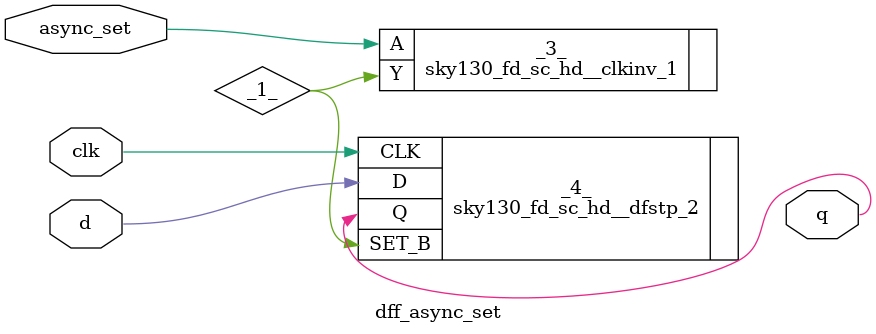
<source format=v>
/* Generated by Yosys 0.47+121 (git sha1 98b4affc4, g++ 13.2.0-23ubuntu4 -fPIC -O3) */

module dff_async_set(clk, async_set, d, q);
  wire _0_;
  wire _1_;
  wire _2_;
  input async_set;
  wire async_set;
  input clk;
  wire clk;
  input d;
  wire d;
  output q;
  wire q;
  sky130_fd_sc_hd__clkinv_1 _3_ (
    .A(_0_),
    .Y(_1_)
  );
  sky130_fd_sc_hd__dfstp_2 _4_ (
    .CLK(clk),
    .D(d),
    .Q(q),
    .SET_B(_2_)
  );
  assign _0_ = async_set;
  assign _2_ = _1_;
endmodule

</source>
